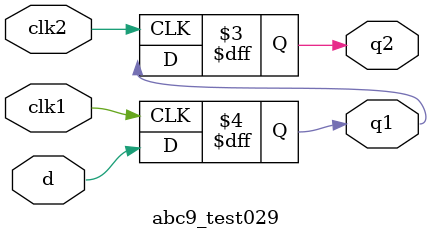
<source format=v>
module abc9_test001(input a, output o);
assign o = a;
endmodule

module abc9_test002(input [1:0] a, output o);
assign o = a[1];
endmodule

module abc9_test003(input [1:0] a, output [1:0] o);
assign o = a;
endmodule

module abc9_test004(input [1:0] a, output o);
assign o = ^a;
endmodule

module abc9_test005(input [1:0] a, output o, output p);
assign o = ^a;
assign p = ~o;
endmodule

module abc9_test006(input [1:0] a, output [2:0] o);
assign o[0] = ^a;
assign o[1] = ~o[0];
assign o[2] = o[1];
endmodule

module abc9_test007(input a, output o);
wire b, c;
assign c = ~a;
assign b = c;
abc9_test007_sub s(b, o);
endmodule

module abc9_test007_sub(input a, output b);
assign b = a;
endmodule

module abc9_test008(input a, output o);
wire b, c;
assign b = ~a;
assign c = b;
abc9_test008_sub s(b, o);
endmodule

module abc9_test008_sub(input a, output b);
assign b = ~a;
endmodule

module abc9_test009(inout io, input oe);
reg latch;
always @(io or oe)
    if (!oe)
        latch <= io;
assign io = oe ? ~latch : 1'bz;
endmodule

module abc9_test010(inout [7:0] io, input oe);
reg [7:0] latch;
always @(io or oe)
    if (!oe)
        latch <= io;
assign io = oe ? ~latch : 8'bz;
endmodule

module abc9_test011(inout io, input oe);
reg latch;
always @(io or oe)
    if (!oe)
        latch <= io;
//assign io = oe ? ~latch : 8'bz;
endmodule

module abc9_test012(inout io, input oe);
reg latch;
//always @(io or oe)
//    if (!oe)
//        latch <= io;
assign io = oe ? ~latch : 8'bz;
endmodule

module abc9_test013(inout [3:0] io, input oe);
reg [3:0] latch;
always @(io or oe)
    if (!oe)
        latch[3:0] <= io[3:0];
    else
        latch[7:4] <= io;
assign io[3:0] = oe ? ~latch[3:0] : 4'bz;
assign io[7:4] = !oe ? {latch[4], latch[7:3]} : 4'bz;
endmodule

module abc9_test014(inout [7:0] io, input oe);
abc9_test012_sub sub(io, oe);
endmodule

module abc9_test012_sub(inout [7:0] io, input oe);
reg [7:0] latch;
always @(io or oe)
    if (!oe)
        latch[3:0] <= io;
    else
        latch[7:4] <= io;
assign io[3:0] = oe ? ~latch[3:0] : 4'bz;
assign io[7:4] = !oe ? {latch[4], latch[7:3]} : 4'bz;
endmodule

module abc9_test015(input a, output b, input c);
assign b = ~a;
(* keep *) wire d;
assign d = ~c;
endmodule

module abc9_test016(input a, output b);
assign b = ~a;
(* keep *) reg c;
always @* c <= ~a;
endmodule

module abc9_test017(input a, output b);
assign b = ~a;
(* keep *) reg c;
always @* c = b;
endmodule

module abc9_test018(input a, output b, output c);
assign b = ~a;
(* keep *) wire [1:0] d;
assign c = &d;
endmodule

module abc9_test019(input a, output b);
assign b = ~a;
(* keep *) reg [1:0] c;
reg d;
always @* d <= &c;
endmodule

module abc9_test020(input a, output b);
assign b = ~a;
(* keep *) reg [1:0] c;
(* keep *) reg d;
always @* d <= &c;
endmodule

// Citation: https://github.com/alexforencich/verilog-ethernet
module abc9_test021(clk, rst, s_eth_hdr_valid, s_eth_hdr_ready, s_eth_dest_mac, s_eth_src_mac, s_eth_type, s_eth_payload_axis_tdata, s_eth_payload_axis_tkeep, s_eth_payload_axis_tvalid, s_eth_payload_axis_tready, s_eth_payload_axis_tlast, s_eth_payload_axis_tid, s_eth_payload_axis_tdest, s_eth_payload_axis_tuser, m_eth_hdr_valid, m_eth_hdr_ready, m_eth_dest_mac, m_eth_src_mac, m_eth_type, m_eth_payload_axis_tdata, m_eth_payload_axis_tkeep, m_eth_payload_axis_tvalid, m_eth_payload_axis_tready, m_eth_payload_axis_tlast, m_eth_payload_axis_tid, m_eth_payload_axis_tdest, m_eth_payload_axis_tuser);
  input clk;
  output [47:0] m_eth_dest_mac;
  input m_eth_hdr_ready;
  output m_eth_hdr_valid;
  output [7:0] m_eth_payload_axis_tdata;
  output [7:0] m_eth_payload_axis_tdest;
  output [7:0] m_eth_payload_axis_tid;
  output m_eth_payload_axis_tkeep;
  output m_eth_payload_axis_tlast;
  input m_eth_payload_axis_tready;
  output m_eth_payload_axis_tuser;
  output m_eth_payload_axis_tvalid;
  output [47:0] m_eth_src_mac;
  output [15:0] m_eth_type;
  input rst;
  input [191:0] s_eth_dest_mac;
  output [3:0] s_eth_hdr_ready;
  input [3:0] s_eth_hdr_valid;
  input [31:0] s_eth_payload_axis_tdata;
  input [31:0] s_eth_payload_axis_tdest;
  input [31:0] s_eth_payload_axis_tid;
  input [3:0] s_eth_payload_axis_tkeep;
  input [3:0] s_eth_payload_axis_tlast;
  output [3:0] s_eth_payload_axis_tready;
  input [3:0] s_eth_payload_axis_tuser;
  input [3:0] s_eth_payload_axis_tvalid;
  input [191:0] s_eth_src_mac;
  input [63:0] s_eth_type;
  (* keep *)
  wire [0:0] grant, request;
  wire a;
  not u0 (
    a,
    grant[0]
  );
  and u1  (
    request[0],
    s_eth_hdr_valid[0],
    a
  );
  (* keep *)
  MUXF8 u2  (
    .I0(1'bx),
    .I1(1'bx),
    .O(o),
    .S(1'bx)
  );
  arbiter  arb_inst (
    .acknowledge(acknowledge),
    .clk(clk),
    .grant(grant),
    .grant_encoded(grant_encoded),
    .grant_valid(grant_valid),
    .request(request),
    .rst(rst)
  );
endmodule

module arbiter (clk, rst, request, acknowledge, grant, grant_valid, grant_encoded);
  input [3:0] acknowledge;
  input clk;
  output [3:0] grant;
  output [1:0] grant_encoded;
  output grant_valid;
  input [3:0] request;
  input rst;
endmodule

(* abc_box_id=1 *)
module MUXF8(input I0, I1, S, output O);
endmodule

// Citation: https://github.com/alexforencich/verilog-ethernet
// TODO: yosys -p "synth_xilinx -abc9 -top abc9_test022" abc9.v -q
// returns before b4321a31
//   Warning: Wire abc9_test022.\m_eth_payload_axis_tkeep [7] is used but has no
//   driver.
//   Warning: Wire abc9_test022.\m_eth_payload_axis_tkeep [3] is used but has no
//   driver.
module abc9_test022
(
    input  wire        clk,
    input  wire        i,
    output wire [7:0]  m_eth_payload_axis_tkeep
);
    reg [7:0]  m_eth_payload_axis_tkeep_reg = 8'd0;
    assign m_eth_payload_axis_tkeep = m_eth_payload_axis_tkeep_reg;
    always @(posedge clk)
        m_eth_payload_axis_tkeep_reg <= i ? 8'hff : 8'h0f;
endmodule

// Citation: https://github.com/riscv/riscv-bitmanip
// TODO: yosys -p "synth_xilinx -abc9 -top abc9_test023" abc9.v -q
// returns before 14233843
//   Warning: Wire abc9_test023.\dout [1] is used but has no driver.
module abc9_test023 #(
	parameter integer N = 2,
	parameter integer M = 2
) (
	input [7:0] din,
	output [M-1:0] dout
);
	wire [2*M-1:0] mask = {M{1'b1}};
	assign dout = (mask << din[N-1:0]) >> M;
endmodule

module abc9_test024(input [3:0] i, output [3:0] o);
abc9_test024_sub a(i[1:0], o[1:0]);
endmodule

module abc9_test024_sub(input [1:0] i, output [1:0] o);
assign o = i;
endmodule

module abc9_test025(input [3:0] i, output [3:0] o);
abc9_test024_sub a(i[2:1], o[2:1]);
endmodule

module abc9_test026(output [3:0] o, p);
assign o = { 1'b1, 1'bx };
assign p = { 1'b1, 1'bx, 1'b0 };
endmodule

module abc9_test029(input clk1, clk2, input d, output reg q1, q2);
always @(posedge clk1) q1 <= d;
always @(negedge clk2) q2 <= q1;
endmodule

</source>
